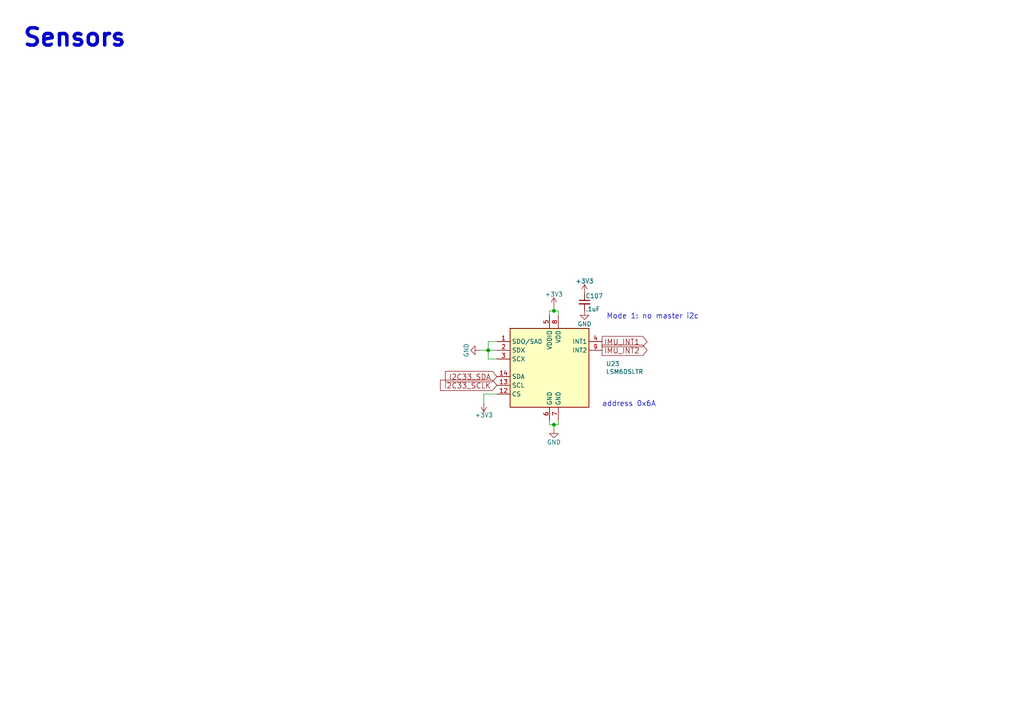
<source format=kicad_sch>
(kicad_sch (version 20231120) (generator "eeschema") (generator_version "8.0")
  (paper "A4")
  (lib_symbols
    (symbol "DFTBoard-rescue:+3V3-power" (power) (pin_names (offset 0))
      (property "Value" "power_+3V3" (at 0 3.556 0))
      (symbol "+3V3-power_0_1"
        (polyline (pts (xy -0.762 1.27) (xy 0 2.54)))
        (polyline (pts (xy 0 0) (xy 0 2.54)))
        (polyline (pts (xy 0 2.54) (xy 0.762 1.27)))
      )
      (symbol "+3V3-power_1_1"
        (pin power_in line (at 0 0 90) (length 0) hide (name "+3V3") (number "1"))
      )
    )
    (symbol "DFTBoard-rescue:GND-power" (power) (pin_names (offset 0))
      (property "Value" "power_GND" (at 0 -3.81 0))
      (symbol "GND-power_0_1"
        (polyline (pts (xy 0 0) (xy 0 -1.27) (xy 1.27 -1.27) (xy 0 -2.54) (xy -1.27 -1.27) (xy 0 -1.27)))
      )
      (symbol "GND-power_1_1"
        (pin power_in line (at 0 0 270) (length 0) hide (name "GND") (number "1"))
      )
    )
    (symbol "DFTBoard-rescue:LSM6DS3-Sensor_Motion"
      (property "Reference" "U" (at -11.43 15.24 0))
      (property "Value" "Sensor_Motion_LSM6DS3" (at -11.43 12.7 0))
      (symbol "LSM6DS3-Sensor_Motion_0_1"
        (rectangle (start 11.43 11.43) (end -11.43 -11.43) (stroke (width 0.254)) (fill (type background)))
      )
      (symbol "LSM6DS3-Sensor_Motion_1_1"
        (pin bidirectional line (at -15.24 7.62 0) (length 3.81) (name "SDO/SA0") (number "1"))
        (pin no_connect line (at 10.16 -5.08 180) (length 3.81) hide (name "NC") (number "10"))
        (pin no_connect line (at 10.16 -2.54 180) (length 3.81) hide (name "NC") (number "11"))
        (pin input line (at -15.24 -7.62 0) (length 3.81) (name "CS") (number "12"))
        (pin input line (at -15.24 -5.08 0) (length 3.81) (name "SCL") (number "13"))
        (pin bidirectional line (at -15.24 -2.54 0) (length 3.81) (name "SDA") (number "14"))
        (pin bidirectional line (at -15.24 5.08 0) (length 3.81) (name "SDX") (number "2"))
        (pin input line (at -15.24 2.54 0) (length 3.81) (name "SCX") (number "3"))
        (pin output line (at 15.24 7.62 180) (length 3.81) (name "INT1") (number "4"))
        (pin power_in line (at 0 15.24 270) (length 3.81) (name "VDDIO") (number "5"))
        (pin power_in line (at 0 -15.24 90) (length 3.81) (name "GND") (number "6"))
        (pin power_in line (at 2.54 -15.24 90) (length 3.81) (name "GND") (number "7"))
        (pin power_in line (at 2.54 15.24 270) (length 3.81) (name "VDD") (number "8"))
        (pin output line (at 15.24 5.08 180) (length 3.81) (name "INT2") (number "9"))
      )
    )
    (symbol "Device:C_Small" (pin_numbers hide) (pin_names (offset 0.254) hide)
      (property "Reference" "C" (at 0.254 1.778 0))
      (property "Value" "C_Small" (at 0.254 -2.032 0))
      (symbol "C_Small_0_1"
        (polyline (pts (xy -1.524 -0.508) (xy 1.524 -0.508)) (stroke (width 0.3302)))
        (polyline (pts (xy -1.524 0.508) (xy 1.524 0.508)) (stroke (width 0.3048)))
      )
      (symbol "C_Small_1_1"
        (pin passive line (at 0 2.54 270) (length 2.032) (name "~") (number "1"))
        (pin passive line (at 0 -2.54 90) (length 2.032) (name "~") (number "2"))
      )
    )
  )
  (junction (at 160.655 123.19))
  (junction (at 160.655 90.17))
  (junction (at 141.605 101.6))
  (wire (pts (xy 141.605 101.6) (xy 141.605 104.14)))
  (wire (pts (xy 144.145 104.14) (xy 141.605 104.14)))
  (wire (pts (xy 161.925 123.19) (xy 160.655 123.19)))
  (wire (pts (xy 141.605 101.6) (xy 139.065 101.6)))
  (wire (pts (xy 159.385 91.44) (xy 159.385 90.17)))
  (wire (pts (xy 160.655 123.19) (xy 160.655 124.46)))
  (wire (pts (xy 159.385 121.92) (xy 159.385 123.19)))
  (wire (pts (xy 140.335 114.3) (xy 140.335 116.84)))
  (wire (pts (xy 161.925 90.17) (xy 161.925 91.44)))
  (wire (pts (xy 144.145 114.3) (xy 140.335 114.3)))
  (wire (pts (xy 160.655 88.9) (xy 160.655 90.17)))
  (wire (pts (xy 144.145 101.6) (xy 141.605 101.6)))
  (wire (pts (xy 141.605 99.06) (xy 141.605 101.6)))
  (wire (pts (xy 160.655 90.17) (xy 161.925 90.17)))
  (wire (pts (xy 144.145 99.06) (xy 141.605 99.06)))
  (wire (pts (xy 159.385 90.17) (xy 160.655 90.17)))
  (wire (pts (xy 161.925 121.92) (xy 161.925 123.19)))
  (wire (pts (xy 159.385 123.19) (xy 160.655 123.19)))
  (text "address 0x6A" (at 174.625 118.11 0) (effects (font (size 1.524 1.524)) (justify left bottom)))
  (text "Sensors" (at 6.35 13.97 0) (effects (font (size 5.0038 5.0038) (thickness 1.0008) (bold yes)) (justify left bottom)))
  (text "Mode 1: no master i2c" (at 175.895 92.71 0) (effects (font (size 1.524 1.524)) (justify left bottom)))
  (global_label "IMU_INT1" (shape output) (at 174.625 99.06 0) (effects (font (size 1.524 1.524))) (property "Intersheetrefs" "${INTERSHEET_REFS}" (effects (hide yes))))
  (global_label "I2C33_SDA" (shape input) (at 144.145 109.22 180) (effects (font (size 1.524 1.524))) (property "Intersheetrefs" "${INTERSHEET_REFS}" (effects (hide yes))))
  (global_label "IMU_INT2" (shape output) (at 174.625 101.6 0) (effects (font (size 1.524 1.524))) (property "Intersheetrefs" "${INTERSHEET_REFS}" (effects (hide yes))))
  (global_label "I2C33_SCLK" (shape input) (at 144.145 111.76 180) (effects (font (size 1.524 1.524))) (property "Intersheetrefs" "${INTERSHEET_REFS}" (effects (hide yes))))
  (symbol (lib_id "DFTBoard-rescue:LSM6DS3-Sensor_Motion") (at 159.385 106.68 0) (unit 1)
    (property "Reference" "U23" (at 175.7426 105.5116 0) (effects (justify left)))
    (property "Value" "LSM6DSLTR" (at 175.7426 107.823 0) (effects (justify left)))
    (property "Footprint" "Package_LGA:LGA-14_3x2.5mm_P0.5mm_LayoutBorder3x4y" (effects (hide yes)))
    (property "Datasheet" "www.st.com/resource/en/datasheet/lsm6ds3.pdf" (effects (hide yes)))
    (property "MFR" "STMicroelectronics" (effects (hide yes)))
    (property "MPN" "LSM6DSLTR" (effects (hide yes)))
    (property "SPR" "Digikey" (effects (hide yes)))
    (property "SPN" "497-16705-6-ND" (effects (hide yes)))
    (property "SPURL" "-" (effects (hide yes)))
  )
  (symbol (lib_id "DFTBoard-rescue:+3V3-power") (at 160.655 88.9 0) (unit 1)
    (property "Reference" "#PWR0346" (effects (hide yes)))
    (property "Value" "+3V3" (at 160.655 85.344 0))
  )
  (symbol (lib_id "DFTBoard-rescue:GND-power") (at 139.065 101.6 270) (unit 1)
    (property "Reference" "#PWR0347" (effects (hide yes)))
    (property "Value" "GND" (at 135.255 101.6 0))
  )
  (symbol (lib_id "DFTBoard-rescue:GND-power") (at 160.655 124.46 0) (unit 1)
    (property "Reference" "#PWR0348" (effects (hide yes)))
    (property "Value" "GND" (at 160.655 128.27 0))
  )
  (symbol (lib_id "Device:C_Small") (at 169.545 87.63 0) (unit 1)
    (property "Reference" "C107" (at 169.799 85.852 0) (effects (justify left)))
    (property "Value" ".1uF" (at 169.799 89.662 0) (effects (justify left)))
    (property "Footprint" "Capacitor_SMD:C_0402_1005Metric" (effects (hide yes)))
    (property "MFR" "Yageo" (effects (hide yes)))
    (property "MPN" "CC0402KRX7R6BB104" (effects (hide yes)))
    (property "SPR" "Digikey" (effects (hide yes)))
    (property "SPN" "311-1345-1-ND" (effects (hide yes)))
  )
  (symbol (lib_id "DFTBoard-rescue:+3V3-power") (at 169.545 85.09 0) (unit 1)
    (property "Reference" "#PWR0349" (effects (hide yes)))
    (property "Value" "+3V3" (at 169.545 81.534 0))
  )
  (symbol (lib_id "DFTBoard-rescue:GND-power") (at 169.545 90.17 0) (unit 1)
    (property "Reference" "#PWR0350" (effects (hide yes)))
    (property "Value" "GND" (at 169.545 93.98 0))
  )
  (symbol (lib_id "DFTBoard-rescue:+3V3-power") (at 140.335 116.84 180) (unit 1)
    (property "Reference" "#PWR0351" (effects (hide yes)))
    (property "Value" "+3V3" (at 140.335 120.396 0))
  )
)
</source>
